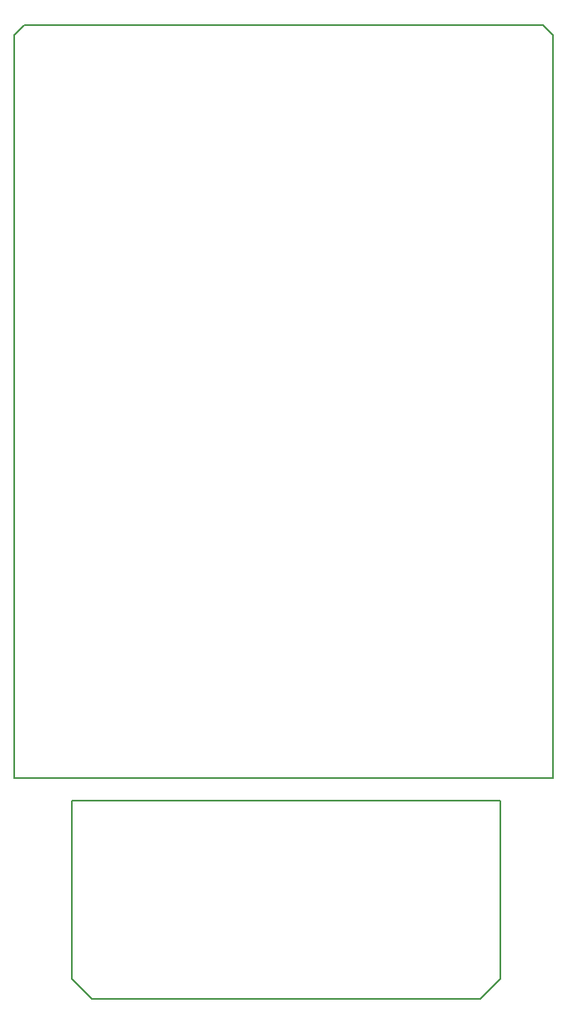
<source format=gbr>
G04 #@! TF.GenerationSoftware,KiCad,Pcbnew,(5.0.0-3-g5ebb6b6)*
G04 #@! TF.CreationDate,2018-11-16T00:35:09+00:00*
G04 #@! TF.ProjectId,555PWMTremolo,35353550574D5472656D6F6C6F2E6B69,rev?*
G04 #@! TF.SameCoordinates,Original*
G04 #@! TF.FileFunction,Profile,NP*
%FSLAX46Y46*%
G04 Gerber Fmt 4.6, Leading zero omitted, Abs format (unit mm)*
G04 Created by KiCad (PCBNEW (5.0.0-3-g5ebb6b6)) date Friday, 16 November 2018 at 00:35:09*
%MOMM*%
%LPD*%
G01*
G04 APERTURE LIST*
%ADD10C,0.200000*%
G04 APERTURE END LIST*
D10*
X53340000Y-72390000D02*
X54356000Y-71374000D01*
X107950000Y-72390000D02*
X106934000Y-71374000D01*
X61214000Y-169926000D02*
X59182000Y-167894000D01*
X61214000Y-169926000D02*
X100584000Y-169926000D01*
X102616000Y-167894000D02*
X100584000Y-169926000D01*
X102616000Y-167894000D02*
X102616000Y-149860000D01*
X59182000Y-149860000D02*
X59182000Y-167894000D01*
X53340000Y-147574000D02*
X107950000Y-147574000D01*
X59182000Y-149860000D02*
X102616000Y-149860000D01*
X107950000Y-72390000D02*
X107950000Y-147574000D01*
X53340000Y-72390000D02*
X53340000Y-147574000D01*
X54356000Y-71374000D02*
X106934000Y-71374000D01*
M02*

</source>
